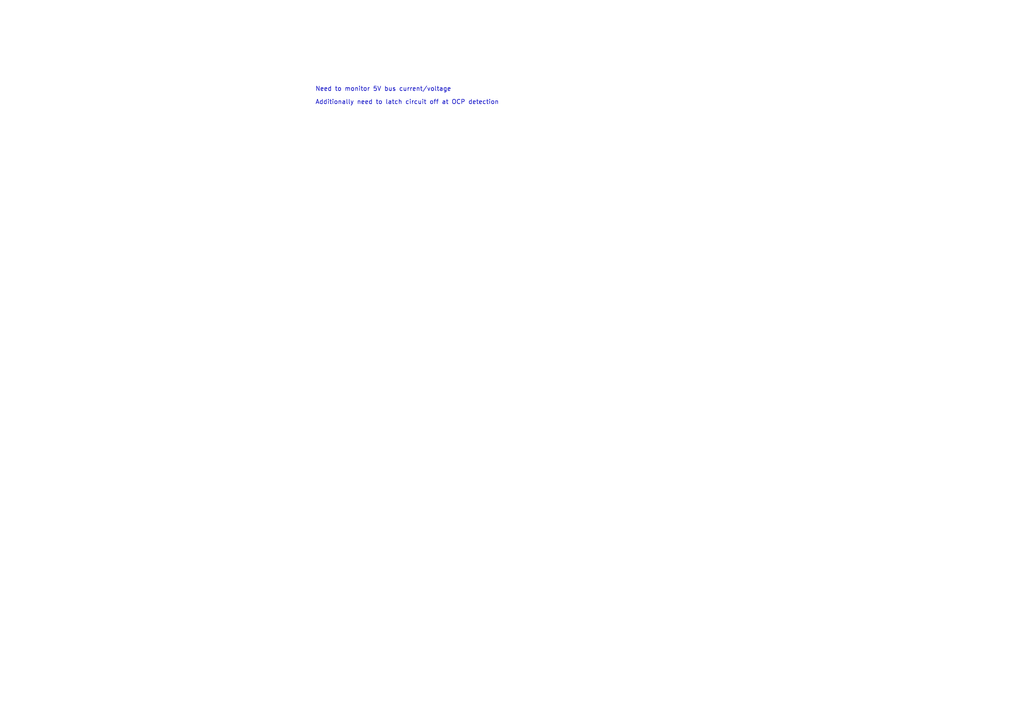
<source format=kicad_sch>
(kicad_sch (version 20230121) (generator eeschema)
  (paper "A4")
  (lib_symbols)
  (text "Need to monitor 5V bus current/voltage" (at 91.44 26.67 0) (effects (font (size 1.27 1.27)) (justify left bottom)))
  (text "Additionally need to latch circuit off at OCP detection" (at 91.44 30.48 0) (effects (font (size 1.27 1.27)) (justify left bottom)))
)
</source>
